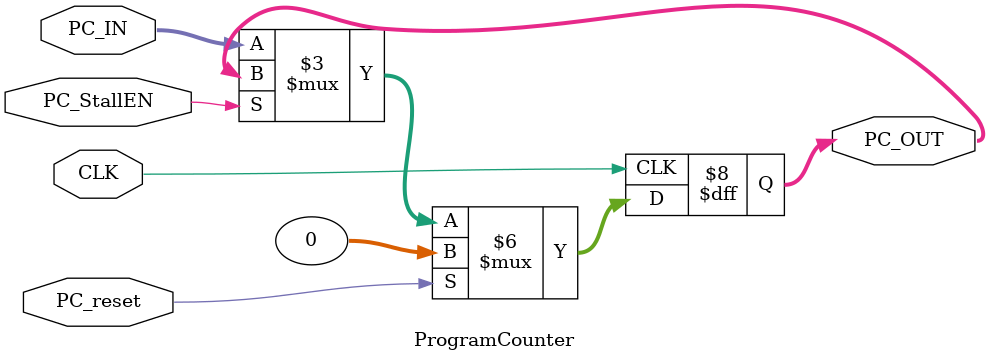
<source format=sv>
`timescale 1ns / 1ps


module ProgramCounter(
    input PC_reset,
    input PC_StallEN,
    input [31:0] PC_IN,
    input CLK,
    output logic [31:0] PC_OUT
    );
    
    always_ff@ (posedge CLK) begin
        if (PC_reset) begin             //To reset the current value back to 0
            PC_OUT <= 0;
        end else if (PC_StallEN) begin
            PC_OUT <= PC_OUT;
        end else begin                  //Output the current value
            PC_OUT <= PC_IN;
        end
    end
endmodule
</source>
